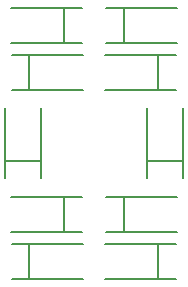
<source format=gto>
G04 Layer: TopSilkscreenLayer*
G04 EasyEDA Pro v2.2.27.1, 2024-09-15 10:59:50*
G04 Gerber Generator version 0.3*
G04 Scale: 100 percent, Rotated: No, Reflected: No*
G04 Dimensions in millimeters*
G04 Leading zeros omitted, absolute positions, 3 integers and 5 decimals*
%TF.GenerationSoftware,KiCad,Pcbnew,8.0.5*%
%TF.CreationDate,2024-10-02T17:58:00+08:00*%
%TF.ProjectId,LED_SMT_5730_5S2P_5W,4c45445f-534d-4545-9f35-3733305f3553,rev?*%
%TF.SameCoordinates,Original*%
%TF.FileFunction,Legend,Top*%
%TF.FilePolarity,Positive*%
%FSLAX46Y46*%
G04 Gerber Fmt 4.6, Leading zero omitted, Abs format (unit mm)*
G04 Created by KiCad (PCBNEW 8.0.5) date 2024-10-02 17:58:00*
%MOMM*%
%LPD*%
G01*
G04 APERTURE LIST*
%ADD10C,0.150000*%
G04 APERTURE END LIST*
D10*
%TO.C,LED5*%
X94539500Y-108499000D02*
X94539500Y-111501000D01*
X99040500Y-108499000D02*
X93038500Y-108499000D01*
X99040500Y-111501000D02*
X93038500Y-111501000D01*
%TO.C,LED4*%
X97460500Y-107501000D02*
X97460500Y-104499000D01*
X92959500Y-107501000D02*
X98961500Y-107501000D01*
X92959500Y-104499000D02*
X98961500Y-104499000D01*
%TO.C,LED3*%
X92499000Y-101460500D02*
X95501000Y-101460500D01*
X92499000Y-96959500D02*
X92499000Y-102961500D01*
X95501000Y-96959500D02*
X95501000Y-102961500D01*
%TO.C,LED2*%
X94539500Y-92499000D02*
X94539500Y-95501000D01*
X99040500Y-92499000D02*
X93038500Y-92499000D01*
X99040500Y-95501000D02*
X93038500Y-95501000D01*
%TO.C,LED1*%
X97460500Y-91501000D02*
X97460500Y-88499000D01*
X92959500Y-91501000D02*
X98961500Y-91501000D01*
X92959500Y-88499000D02*
X98961500Y-88499000D01*
%TO.C,LED8*%
X107501000Y-96959500D02*
X107501000Y-102961500D01*
X104499000Y-101460500D02*
X107501000Y-101460500D01*
X104499000Y-96959500D02*
X104499000Y-102961500D01*
%TO.C,LED6*%
X107040500Y-91501000D02*
X101038500Y-91501000D01*
X107040500Y-88499000D02*
X101038500Y-88499000D01*
X102539500Y-88499000D02*
X102539500Y-91501000D01*
%TO.C,LED9*%
X107040500Y-107501000D02*
X101038500Y-107501000D01*
X107040500Y-104499000D02*
X101038500Y-104499000D01*
X102539500Y-104499000D02*
X102539500Y-107501000D01*
%TO.C,LED10*%
X100959500Y-108499000D02*
X106961500Y-108499000D01*
X100959500Y-111501000D02*
X106961500Y-111501000D01*
X105460500Y-111501000D02*
X105460500Y-108499000D01*
%TO.C,LED7*%
X105460500Y-95501000D02*
X105460500Y-92499000D01*
X100959500Y-95501000D02*
X106961500Y-95501000D01*
X100959500Y-92499000D02*
X106961500Y-92499000D01*
%TD*%
M02*

</source>
